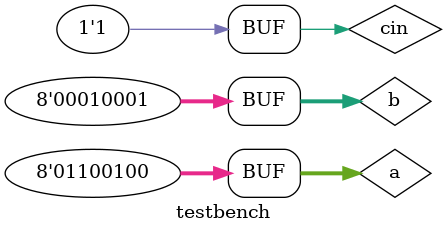
<source format=v>

module testbench ;

reg [7:0] a,b;
reg cin;
wire [7:0] sum;
wire cout;

BCD_adder b1(a,b,cin,sum,cout);

initial begin

a = 8'b00101001 ; b=8'b01000100; cin =0;
#100 a = 8'b00111001 ; b = 8'b00101001;
#200 a = 8'b00100011 ; b = 8'b00100101;cin =1;
#200 a = 8'b01001000 ; b = 8'b00101001;
#200 a = 8'b00011001 ; b = 8'b00101001;
#200 a = 8'b01100100 ; b = 8'b00010001;

end

endmodule

</source>
